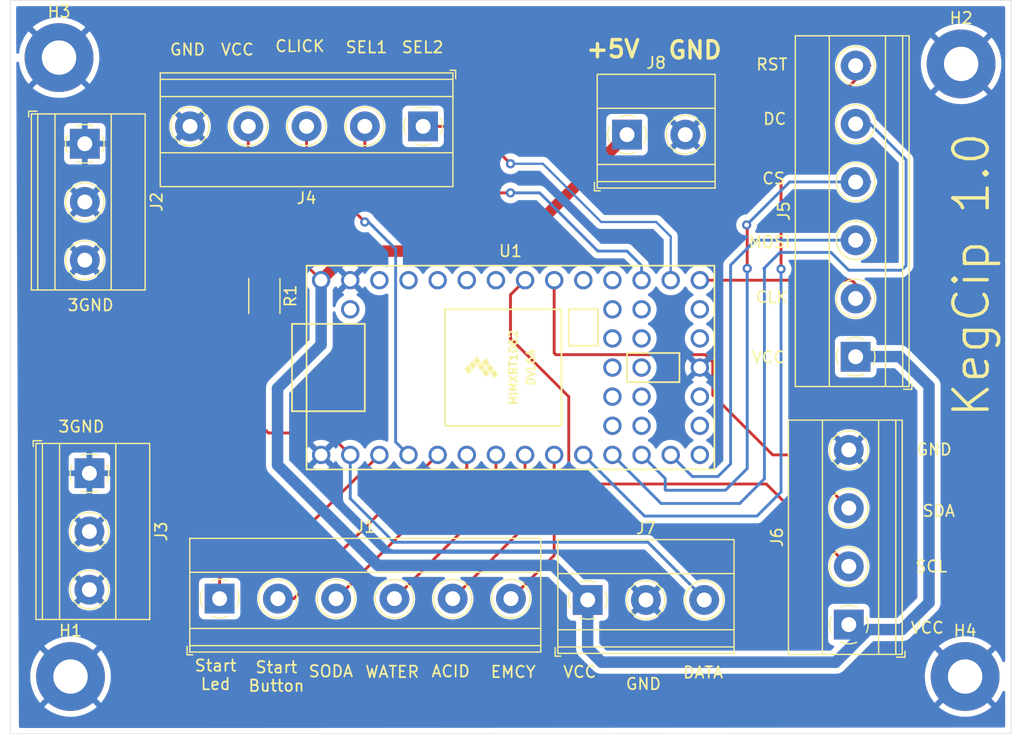
<source format=kicad_pcb>
(kicad_pcb (version 20211014) (generator pcbnew)
  (layers (0 "F.Cu" signal) (31 "B.Cu" signal) (34 "B.Paste" user) (35 "F.Paste" user) (36 "B.SilkS" user "B.Silkscreen") (37 "F.SilkS" user "F.Silkscreen") (38 "B.Mask" user) (39 "F.Mask" user) (44 "Edge.Cuts" user))
  (net 0 "")
  (net 1 "/START_LED")
  (net 2 "/START_BUTTON")
  (net 3 "/SODA_LOW")
  (net 4 "/WATER_LOW")
  (net 5 "/ACID_LOW")
  (net 6 "/EMERGENCY_STOP")
  (net 7 "/ROT_SEL2")
  (net 8 "/ROT_SEL1")
  (net 9 "/ROT_CLICK")
  (net 10 "+5V")
  (net 11 "GND")
  (net 12 "/SCL")
  (net 13 "/SDA")
  (net 14 "/TEMP_DATA")
  (net 15 "/LCD_CLK")
  (net 39 "/LCD_SPI_MOSI")
  (net 40 "/LCD_SPI_CS")
  (net 41 "/LCD_DC")
  (net 42 "/LCD_RST")
  (footprint "TerminalBlock_Phoenix:TerminalBlock_Phoenix_MKDS-1,5-5-5.08_1x05_P5.08mm_Horizontal" (layer "F.Cu") (at 60.18 36.4 180)
    (fp_text reference "J4" (at 10.16 -6.26 180) (layer "F.SilkS"))
    (fp_text value "ROTARY")
    (fp_line (start -2.84 4.16) (end -2.84 4.9) (layer "F.SilkS") (width 0.12))
    (fp_line (start 16.515 -1.069) (end 16.468 -1.023) (layer "F.SilkS") (width 0.12))
    (fp_line (start 21.595 -1.069) (end 21.548 -1.023) (layer "F.SilkS") (width 0.12))
    (fp_line (start 9.126 1.239) (end 9.091 1.274) (layer "F.SilkS") (width 0.12))
    (fp_line (start -2.6 -2.301) (end 22.92 -2.301) (layer "F.SilkS") (width 0.12))
    (fp_line (start 22.92 -5.261) (end 22.92 4.66) (layer "F.SilkS") (width 0.12))
    (fp_line (start 11.435 -1.069) (end 11.388 -1.023) (layer "F.SilkS") (width 0.12))
    (fp_line (start 6.355 -1.069) (end 6.308 -1.023) (layer "F.SilkS") (width 0.12))
    (fp_line (start -2.6 -5.261) (end -2.6 4.66) (layer "F.SilkS") (width 0.12))
    (fp_line (start -2.6 -5.261) (end 22.92 -5.261) (layer "F.SilkS") (width 0.12))
    (fp_line (start 6.15 -1.275) (end 6.115 -1.239) (layer "F.SilkS") (width 0.12))
    (fp_line (start 14.206 1.239) (end 14.171 1.274) (layer "F.SilkS") (width 0.12))
    (fp_line (start -2.6 4.66) (end 22.92 4.66) (layer "F.SilkS") (width 0.12))
    (fp_line (start -2.6 4.1) (end 22.92 4.1) (layer "F.SilkS") (width 0.12))
    (fp_line (start 16.31 -1.275) (end 16.275 -1.239) (layer "F.SilkS") (width 0.12))
    (fp_line (start 14.013 1.023) (end 13.966 1.069) (layer "F.SilkS") (width 0.12))
    (fp_line (start 21.39 -1.275) (end 21.355 -1.239) (layer "F.SilkS") (width 0.12))
    (fp_line (start 8.933 1.023) (end 8.886 1.069) (layer "F.SilkS") (width 0.12))
    (fp_line (start 4.046 1.239) (end 4.011 1.274) (layer "F.SilkS") (width 0.12))
    (fp_line (start 19.093 1.023) (end 19.046 1.069) (layer "F.SilkS") (width 0.12))
    (fp_line (start -2.6 2.6) (end 22.92 2.6) (layer "F.SilkS") (width 0.12))
    (fp_line (start 3.853 1.023) (end 3.806 1.069) (layer "F.SilkS") (width 0.12))
    (fp_line (start -2.84 4.9) (end -2.34 4.9) (layer "F.SilkS") (width 0.12))
    (fp_line (start 19.286 1.239) (end 19.251 1.274) (layer "F.SilkS") (width 0.12))
    (fp_line (start 11.23 -1.275) (end 11.195 -1.239) (layer "F.SilkS") (width 0.12))
    (fp_arc (start -1.535427 0.683042) (mid -1.680501 -0.000524) (end -1.535 -0.684) (layer "F.SilkS") (width 0.12))
    (fp_arc (start 0.028805 1.680253) (mid -0.335551 1.646659) (end -0.684 1.535) (layer "F.SilkS") (width 0.12))
    (fp_arc (start 0.683318 1.534756) (mid 0.349292 1.643288) (end 0 1.68) (layer "F.SilkS") (width 0.12))
    (fp_arc (start 1.535427 -0.683042) (mid 1.680501 0.000524) (end 1.535 0.684) (layer "F.SilkS") (width 0.12))
    (fp_arc (start -0.683042 -1.535427) (mid 0.000524 -1.680501) (end 0.684 -1.535) (layer "F.SilkS") (width 0.12))
    (fp_circle (center 20.32 0) (end 22 0) (layer "F.SilkS") (width 0.12) (fill none))
    (fp_circle (center 5.08 0) (end 6.76 0) (layer "F.SilkS") (width 0.12) (fill none))
    (fp_circle (center 10.16 0) (end 11.84 0) (layer "F.SilkS") (width 0.12) (fill none))
    (fp_circle (center 15.24 0) (end 16.92 0) (layer "F.SilkS") (width 0.12) (fill none))
    (pad "1" thru_hole rect (at 0 0 180) (size 2.6 2.6) (drill 1.3) (layers *.Cu *.Mask) (net 7 "/ROT_SEL2"))
    (pad "2" thru_hole circle (at 5.08 0 180) (size 2.6 2.6) (drill 1.3) (layers *.Cu *.Mask) (net 8 "/ROT_SEL1"))
    (pad "3" thru_hole circle (at 10.16 0 180) (size 2.6 2.6) (drill 1.3) (layers *.Cu *.Mask) (net 9 "/ROT_CLICK"))
    (pad "4" thru_hole circle (at 15.24 0 180) (size 2.6 2.6) (drill 1.3) (layers *.Cu *.Mask) (net 10 "+5V"))
    (pad "5" thru_hole circle (at 20.32 0 180) (size 2.6 2.6) (drill 1.3) (layers *.Cu *.Mask) (net 11 "GND"))
  )
  (footprint "TerminalBlock_Phoenix:TerminalBlock_Phoenix_MKDS-1,5-6-5.08_1x06_P5.08mm_Horizontal" (layer "F.Cu") (at 42.44 77.605)
    (fp_text reference "J1" (at 12.7 -6.26) (layer "F.SilkS"))
    (fp_text value "I/O")
    (fp_line (start 16.515 -1.069) (end 16.468 -1.023) (layer "F.SilkS") (width 0.12))
    (fp_line (start 11.23 -1.275) (end 11.195 -1.239) (layer "F.SilkS") (width 0.12))
    (fp_line (start 24.173 1.023) (end 24.126 1.069) (layer "F.SilkS") (width 0.12))
    (fp_line (start 9.126 1.239) (end 9.091 1.274) (layer "F.SilkS") (width 0.12))
    (fp_line (start 19.093 1.023) (end 19.046 1.069) (layer "F.SilkS") (width 0.12))
    (fp_line (start -2.6 4.1) (end 28 4.1) (layer "F.SilkS") (width 0.12))
    (fp_line (start -2.84 4.9) (end -2.34 4.9) (layer "F.SilkS") (width 0.12))
    (fp_line (start 28 -5.261) (end 28 4.66) (layer "F.SilkS") (width 0.12))
    (fp_line (start 11.435 -1.069) (end 11.388 -1.023) (layer "F.SilkS") (width 0.12))
    (fp_line (start -2.6 -5.261) (end 28 -5.261) (layer "F.SilkS") (width 0.12))
    (fp_line (start 6.15 -1.275) (end 6.115 -1.239) (layer "F.SilkS") (width 0.12))
    (fp_line (start 6.355 -1.069) (end 6.308 -1.023) (layer "F.SilkS") (width 0.12))
    (fp_line (start 14.013 1.023) (end 13.966 1.069) (layer "F.SilkS") (width 0.12))
    (fp_line (start 21.595 -1.069) (end 21.548 -1.023) (layer "F.SilkS") (width 0.12))
    (fp_line (start 26.675 -1.069) (end 26.628 -1.023) (layer "F.SilkS") (width 0.12))
    (fp_line (start 26.47 -1.275) (end 26.435 -1.239) (layer "F.SilkS") (width 0.12))
    (fp_line (start 8.933 1.023) (end 8.886 1.069) (layer "F.SilkS") (width 0.12))
    (fp_line (start 14.206 1.239) (end 14.171 1.274) (layer "F.SilkS") (width 0.12))
    (fp_line (start 3.853 1.023) (end 3.806 1.069) (layer "F.SilkS") (width 0.12))
    (fp_line (start 19.286 1.239) (end 19.251 1.274) (layer "F.SilkS") (width 0.12))
    (fp_line (start 21.39 -1.275) (end 21.355 -1.239) (layer "F.SilkS") (width 0.12))
    (fp_line (start -2.84 4.16) (end -2.84 4.9) (layer "F.SilkS") (width 0.12))
    (fp_line (start 4.046 1.239) (end 4.011 1.274) (layer "F.SilkS") (width 0.12))
    (fp_line (start -2.6 -5.261) (end -2.6 4.66) (layer "F.SilkS") (width 0.12))
    (fp_line (start -2.6 4.66) (end 28 4.66) (layer "F.SilkS") (width 0.12))
    (fp_line (start -2.6 -2.301) (end 28 -2.301) (layer "F.SilkS") (width 0.12))
    (fp_line (start 16.31 -1.275) (end 16.275 -1.239) (layer "F.SilkS") (width 0.12))
    (fp_line (start -2.6 2.6) (end 28 2.6) (layer "F.SilkS") (width 0.12))
    (fp_line (start 24.366 1.239) (end 24.331 1.274) (layer "F.SilkS") (width 0.12))
    (fp_arc (start 0.028805 1.680253) (mid -0.335551 1.646659) (end -0.684 1.535) (layer "F.SilkS") (width 0.12))
    (fp_arc (start -1.535427 0.683042) (mid -1.680501 -0.000524) (end -1.535 -0.684) (layer "F.SilkS") (width 0.12))
    (fp_arc (start 1.535427 -0.683042) (mid 1.680501 0.000524) (end 1.535 0.684) (layer "F.SilkS") (width 0.12))
    (fp_arc (start 0.683318 1.534756) (mid 0.349292 1.643288) (end 0 1.68) (layer "F.SilkS") (width 0.12))
    (fp_arc (start -0.683042 -1.535427) (mid 0.000524 -1.680501) (end 0.684 -1.535) (layer "F.SilkS") (width 0.12))
    (fp_circle (center 25.4 0) (end 27.08 0) (layer "F.SilkS") (width 0.12) (fill none))
    (fp_circle (center 20.32 0) (end 22 0) (layer "F.SilkS") (width 0.12) (fill none))
    (fp_circle (center 5.08 0) (end 6.76 0) (layer "F.SilkS") (width 0.12) (fill none))
    (fp_circle (center 10.16 0) (end 11.84 0) (layer "F.SilkS") (width 0.12) (fill none))
    (fp_circle (center 15.24 0) (end 16.92 0) (layer "F.SilkS") (width 0.12) (fill none))
    (pad "1" thru_hole rect (at 0 0) (size 2.6 2.6) (drill 1.3) (layers *.Cu *.Mask) (net 1 "/START_LED"))
    (pad "2" thru_hole circle (at 5.08 0) (size 2.6 2.6) (drill 1.3) (layers *.Cu *.Mask) (net 2 "/START_BUTTON"))
    (pad "3" thru_hole circle (at 10.16 0) (size 2.6 2.6) (drill 1.3) (layers *.Cu *.Mask) (net 3 "/SODA_LOW"))
    (pad "4" thru_hole circle (at 15.24 0) (size 2.6 2.6) (drill 1.3) (layers *.Cu *.Mask) (net 4 "/WATER_LOW"))
    (pad "5" thru_hole circle (at 20.32 0) (size 2.6 2.6) (drill 1.3) (layers *.Cu *.Mask) (net 5 "/ACID_LOW"))
    (pad "6" thru_hole circle (at 25.4 0) (size 2.6 2.6) (drill 1.3) (layers *.Cu *.Mask) (net 6 "/EMERGENCY_STOP"))
  )
  (footprint "Teensy:Teensy40" (layer "F.Cu") (at 67.8 57.4425)
    (fp_text reference "U1" (at 0 -10.16) (layer "F.SilkS"))
    (fp_text value "Teensy4.0")
    (fp_text user "DVL6A" (at 1.778 0 90) (layer "F.SilkS") (effects (font (size 0.7 0.7))))
    (fp_text user "MIMXRT1062" (at 0.254 0 90) (layer "F.SilkS") (effects (font (size 0.7 0.7))))
    (fp_line (start 7.62 -5.08) (end 7.62 -1.905) (layer "F.SilkS") (width 0.15))
    (fp_line (start -19.05 3.81) (end -19.05 -3.81) (layer "F.SilkS") (width 0.15))
    (fp_line (start 10.16 1.27) (end 10.16 -1.27) (layer "F.SilkS") (width 0.15))
    (fp_line (start -12.7 3.81) (end -12.7 -3.81) (layer "F.SilkS") (width 0.15))
    (fp_line (start 17.78 -8.89) (end 17.78 8.89) (layer "F.SilkS") (width 0.15))
    (fp_line (start -12.7 3.81) (end -17.78 3.81) (layer "F.SilkS") (width 0.15))
    (fp_line (start 5.08 -5.08) (end 7.62 -5.08) (layer "F.SilkS") (width 0.15))
    (fp_line (start 4.445 -5.08) (end -5.715 -5.08) (layer "F.SilkS") (width 0.15))
    (fp_line (start 7.62 -1.905) (end 5.08 -1.905) (layer "F.SilkS") (width 0.15))
    (fp_line (start -17.78 -8.89) (end 17.78 -8.89) (layer "F.SilkS") (width 0.15))
    (fp_line (start 4.445 5.08) (end 4.445 -5.08) (layer "F.SilkS") (width 0.15))
    (fp_line (start -17.78 3.81) (end -19.05 3.81) (layer "F.SilkS") (width 0.15))
    (fp_line (start -19.05 -3.81) (end -17.78 -3.81) (layer "F.SilkS") (width 0.15))
    (fp_line (start -17.78 8.89) (end -17.78 -8.89) (layer "F.SilkS") (width 0.15))
    (fp_line (start -12.7 -3.81) (end -17.78 -3.81) (layer "F.SilkS") (width 0.15))
    (fp_line (start 17.78 8.89) (end -17.78 8.89) (layer "F.SilkS") (width 0.15))
    (fp_line (start 4.445 5.08) (end -5.715 5.08) (layer "F.SilkS") (width 0.15))
    (fp_line (start 14.732 1.27) (end 10.16 1.27) (layer "F.SilkS") (width 0.15))
    (fp_line (start 14.732 -1.27) (end 14.732 1.27) (layer "F.SilkS") (width 0.15))
    (fp_line (start 5.08 -1.905) (end 5.08 -5.08) (layer "F.SilkS") (width 0.15))
    (fp_line (start -5.715 -5.08) (end -5.715 5.08) (layer "F.SilkS") (width 0.15))
    (fp_line (start 10.16 -1.27) (end 14.732 -1.27) (layer "F.SilkS") (width 0.15))
    (fp_poly (pts (xy -2.032 0) (xy -1.778 -0.254) (xy -1.524 0.127) (xy -1.778 0.381)) (layer "F.SilkS") (width 0.1) (fill solid))
    (fp_poly (pts (xy -2.413 -0.508) (xy -2.159 -0.762) (xy -1.905 -0.381) (xy -2.159 -0.127)) (layer "F.SilkS") (width 0.1) (fill solid))
    (fp_poly (pts (xy -3.175 -0.635) (xy -2.921 -0.889) (xy -2.667 -0.508) (xy -2.921 -0.254)) (layer "F.SilkS") (width 0.1) (fill solid))
    (fp_poly (pts (xy -2.794 -0.127) (xy -2.54 -0.381) (xy -2.286 0) (xy -2.54 0.254)) (layer "F.SilkS") (width 0.1) (fill solid))
    (fp_poly (pts (xy -1.651 0.508) (xy -1.397 0.254) (xy -1.143 0.635) (xy -1.397 0.889)) (layer "F.SilkS") (width 0.1) (fill solid))
    (fp_poly (pts (xy -3.556 -0.254) (xy -3.302 -0.508) (xy -3.048 -0.127) (xy -3.302 0.127)) (layer "F.SilkS") (width 0.1) (fill solid))
    (fp_poly (pts (xy -3.937 0.127) (xy -3.683 -0.127) (xy -3.429 0.254) (xy -3.683 0.508)) (layer "F.SilkS") (width 0.1) (fill solid))
    (fp_poly (pts (xy -2.413 0.381) (xy -2.159 0.127) (xy -1.905 0.508) (xy -2.159 0.762)) (layer "F.SilkS") (width 0.1) (fill solid))
    (pad "1" thru_hole circle locked (at -16.51 7.62) (size 1.6 1.6) (drill 1.1) (layers *.Cu *.Mask) (net 11 "GND"))
    (pad "2" thru_hole circle locked (at -13.97 7.62) (size 1.6 1.6) (drill 1.1) (layers *.Cu *.Mask) (net 14 "/TEMP_DATA"))
    (pad "3" thru_hole circle locked (at -11.43 7.62) (size 1.6 1.6) (drill 1.1) (layers *.Cu *.Mask) (net 1 "/START_LED"))
    (pad "4" thru_hole circle locked (at -8.89 7.62) (size 1.6 1.6) (drill 1.1) (layers *.Cu *.Mask) (net 9 "/ROT_CLICK"))
    (pad "5" thru_hole circle locked (at -6.35 7.62) (size 1.6 1.6) (drill 1.1) (layers *.Cu *.Mask) (net 2 "/START_BUTTON"))
    (pad "6" thru_hole circle locked (at -3.81 7.62) (size 1.6 1.6) (drill 1.1) (layers *.Cu *.Mask) (net 3 "/SODA_LOW"))
    (pad "7" thru_hole circle locked (at -1.27 7.62) (size 1.6 1.6) (drill 1.1) (layers *.Cu *.Mask) (net 4 "/WATER_LOW"))
    (pad "8" thru_hole circle locked (at 1.27 7.62) (size 1.6 1.6) (drill 1.1) (layers *.Cu *.Mask) (net 5 "/ACID_LOW"))
    (pad "9" thru_hole circle locked (at 3.81 7.62) (size 1.6 1.6) (drill 1.1) (layers *.Cu *.Mask) (net 6 "/EMERGENCY_STOP"))
    (pad "10" thru_hole circle locked (at 6.35 7.62) (size 1.6 1.6) (drill 1.1) (layers *.Cu *.Mask) (net 42 "/LCD_RST"))
    (pad "11" thru_hole circle locked (at 8.89 7.62) (size 1.6 1.6) (drill 1.1) (layers *.Cu *.Mask) (net 41 "/LCD_DC"))
    (pad "12" thru_hole circle locked (at 11.43 7.62) (size 1.6 1.6) (drill 1.1) (layers *.Cu *.Mask) (net 40 "/LCD_SPI_CS"))
    (pad "13" thru_hole circle locked (at 13.97 7.62) (size 1.6 1.6) (drill 1.1) (layers *.Cu *.Mask) (net 39 "/LCD_SPI_MOSI"))
    (pad "14" thru_hole circle locked (at 16.51 7.62) (size 1.6 1.6) (drill 1.1) (layers *.Cu *.Mask))
    (pad "15" thru_hole circle locked (at 16.51 5.08) (size 1.6 1.6) (drill 1.1) (layers *.Cu *.Mask))
    (pad "16" thru_hole circle locked (at 16.51 2.54) (size 1.6 1.6) (drill 1.1) (layers *.Cu *.Mask))
    (pad "17" thru_hole circle locked (at 16.51 0) (size 1.6 1.6) (drill 1.1) (layers *.Cu *.Mask) (net 11 "GND"))
    (pad "18" thru_hole circle locked (at 16.51 -2.54) (size 1.6 1.6) (drill 1.1) (layers *.Cu *.Mask))
    (pad "19" thru_hole circle locked (at 16.51 -5.08) (size 1.6 1.6) (drill 1.1) (layers *.Cu *.Mask))
    (pad "20" thru_hole circle locked (at 16.51 -7.62) (size 1.6 1.6) (drill 1.1) (layers *.Cu *.Mask) (net 15 "/LCD_CLK"))
    (pad "21" thru_hole circle locked (at 13.97 -7.62) (size 1.6 1.6) (drill 1.1) (layers *.Cu *.Mask) (net 7 "/ROT_SEL2"))
    (pad "22" thru_hole circle locked (at 11.43 -7.62) (size 1.6 1.6) (drill 1.1) (layers *.Cu *.Mask) (net 8 "/ROT_SEL1"))
    (pad "23" thru_hole circle locked (at 8.89 -7.62) (size 1.6 1.6) (drill 1.1) (layers *.Cu *.Mask))
    (pad "24" thru_hole circle locked (at 6.35 -7.62) (size 1.6 1.6) (drill 1.1) (layers *.Cu *.Mask))
    (pad "25" thru_hole circle locked (at 3.81 -7.62) (size 1.6 1.6) (drill 1.1) (layers *.Cu *.Mask) (net 13 "/SDA"))
    (pad "26" thru_hole circle locked (at 1.27 -7.62) (size 1.6 1.6) (drill 1.1) (layers *.Cu *.Mask) (net 12 "/SCL"))
    (pad "27" thru_hole circle locked (at -1.27 -7.62) (size 1.6 1.6) (drill 1.1) (layers *.Cu *.Mask))
    (pad "28" thru_hole circle locked (at -3.81 -7.62) (size 1.6 1.6) (drill 1.1) (layers *.Cu *.Mask))
    (pad "29" thru_hole circle locked (at -6.35 -7.62) (size 1.6 1.6) (drill 1.1) (layers *.Cu *.Mask))
    (pad "30" thru_hole circle locked (at -8.89 -7.62) (size 1.6 1.6) (drill 1.1) (layers *.Cu *.Mask))
    (pad "31" thru_hole circle locked (at -11.43 -7.62) (size 1.6 1.6) (drill 1.1) (layers *.Cu *.Mask))
    (pad "32" thru_hole circle locked (at -13.97 -7.62) (size 1.6 1.6) (drill 1.1) (layers *.Cu *.Mask) (net 11 "GND"))
    (pad "33" thru_hole circle locked (at -16.51 -7.62) (size 1.6 1.6) (drill 1.1) (layers *.Cu *.Mask) (net 10 "+5V"))
    (pad "34" thru_hole circle locked (at -13.97 -5.08) (size 1.6 1.6) (drill 1.1) (layers *.Cu *.Mask))
    (pad "35" thru_hole circle locked (at 11.43 -5.08) (size 1.6 1.6) (drill 1.1) (layers *.Cu *.Mask))
    (pad "36" thru_hole circle locked (at 8.89 -5.08) (size 1.6 1.6) (drill 1.1) (layers *.Cu *.Mask))
    (pad "37" thru_hole circle locked (at 11.43 -2.54) (size 1.6 1.6) (drill 1.1) (layers *.Cu *.Mask))
    (pad "38" thru_hole circle locked (at 8.89 -2.54) (size 1.6 1.6) (drill 1.1) (layers *.Cu *.Mask))
    (pad "39" thru_hole circle locked (at 11.43 0) (size 1.6 1.6) (drill 1.1) (layers *.Cu *.Mask))
    (pad "40" thru_hole circle locked (at 8.89 0) (size 1.6 1.6) (drill 1.1) (layers *.Cu *.Mask))
    (pad "41" thru_hole circle locked (at 11.43 2.54) (size 1.6 1.6) (drill 1.1) (layers *.Cu *.Mask))
    (pad "42" thru_hole circle locked (at 8.89 2.54) (size 1.6 1.6) (drill 1.1) (layers *.Cu *.Mask))
    (pad "43" thru_hole circle locked (at 11.43 5.08) (size 1.6 1.6) (drill 1.1) (layers *.Cu *.Mask))
    (pad "44" thru_hole circle locked (at 8.89 5.08) (size 1.6 1.6) (drill 1.1) (layers *.Cu *.Mask))
  )
  (footprint "TerminalBlock_Phoenix:TerminalBlock_Phoenix_MKDS-1,5-4-5.08_1x04_P5.08mm_Horizontal" (layer "F.Cu") (at 97.295 79.87 90)
    (fp_text reference "J6" (at 7.62 -6.26 90) (layer "F.SilkS"))
    (fp_text value "Relays")
    (fp_line (start 16.515 -1.069) (end 16.468 -1.023) (layer "F.SilkS") (width 0.12))
    (fp_line (start 3.853 1.023) (end 3.806 1.069) (layer "F.SilkS") (width 0.12))
    (fp_line (start 14.013 1.023) (end 13.966 1.069) (layer "F.SilkS") (width 0.12))
    (fp_line (start 16.31 -1.275) (end 16.275 -1.239) (layer "F.SilkS") (width 0.12))
    (fp_line (start 4.046 1.239) (end 4.011 1.274) (layer "F.SilkS") (width 0.12))
    (fp_line (start 14.206 1.239) (end 14.171 1.274) (layer "F.SilkS") (width 0.12))
    (fp_line (start 6.355 -1.069) (end 6.308 -1.023) (layer "F.SilkS") (width 0.12))
    (fp_line (start 17.84 -5.261) (end 17.84 4.66) (layer "F.SilkS") (width 0.12))
    (fp_line (start -2.84 4.9) (end -2.34 4.9) (layer "F.SilkS") (width 0.12))
    (fp_line (start -2.6 4.1) (end 17.84 4.1) (layer "F.SilkS") (width 0.12))
    (fp_line (start 6.15 -1.275) (end 6.115 -1.239) (layer "F.SilkS") (width 0.12))
    (fp_line (start -2.6 4.66) (end 17.84 4.66) (layer "F.SilkS") (width 0.12))
    (fp_line (start 11.435 -1.069) (end 11.388 -1.023) (layer "F.SilkS") (width 0.12))
    (fp_line (start -2.6 -5.261) (end 17.84 -5.261) (layer "F.SilkS") (width 0.12))
    (fp_line (start -2.6 2.6) (end 17.84 2.6) (layer "F.SilkS") (width 0.12))
    (fp_line (start 11.23 -1.275) (end 11.195 -1.239) (layer "F.SilkS") (width 0.12))
    (fp_line (start -2.84 4.16) (end -2.84 4.9) (layer "F.SilkS") (width 0.12))
    (fp_line (start 8.933 1.023) (end 8.886 1.069) (layer "F.SilkS") (width 0.12))
    (fp_line (start 9.126 1.239) (end 9.091 1.274) (layer "F.SilkS") (width 0.12))
    (fp_line (start -2.6 -2.301) (end 17.84 -2.301) (layer "F.SilkS") (width 0.12))
    (fp_line (start -2.6 -5.261) (end -2.6 4.66) (layer "F.SilkS") (width 0.12))
    (fp_arc (start -1.535427 0.683042) (mid -1.680501 -0.000524) (end -1.535 -0.684) (layer "F.SilkS") (width 0.12))
    (fp_arc (start -0.683042 -1.535427) (mid 0.000524 -1.680501) (end 0.684 -1.535) (layer "F.SilkS") (width 0.12))
    (fp_arc (start 0.683318 1.534756) (mid 0.349292 1.643288) (end 0 1.68) (layer "F.SilkS") (width 0.12))
    (fp_arc (start 1.535427 -0.683042) (mid 1.680501 0.000524) (end 1.535 0.684) (layer "F.SilkS") (width 0.12))
    (fp_arc (start 0.028805 1.680253) (mid -0.335551 1.646659) (end -0.684 1.535) (layer "F.SilkS") (width 0.12))
    (fp_circle (center 5.08 0) (end 6.76 0) (layer "F.SilkS") (width 0.12) (fill none))
    (fp_circle (center 15.24 0) (end 16.92 0) (layer "F.SilkS") (width 0.12) (fill none))
    (fp_circle (center 10.16 0) (end 11.84 0) (layer "F.SilkS") (width 0.12) (fill none))
    (pad "1" thru_hole rect (at 0 0 90) (size 2.6 2.6) (drill 1.3) (layers *.Cu *.Mask) (net 10 "+5V"))
    (pad "2" thru_hole circle (at 5.08 0 90) (size 2.6 2.6) (drill 1.3) (layers *.Cu *.Mask) (net 12 "/SCL"))
    (pad "3" thru_hole circle (at 10.16 0 90) (size 2.6 2.6) (drill 1.3) (layers *.Cu *.Mask) (net 13 "/SDA"))
    (pad "4" thru_hole circle (at 15.24 0 90) (size 2.6 2.6) (drill 1.3) (layers *.Cu *.Mask) (net 11 "GND"))
  )
  (footprint "Resistor_SMD:R_2010_5025Metric_Pad1.40x2.65mm_HandSolder" (layer "F.Cu") (at 46.34 51.2 -90)
    (fp_text reference "R1" (at 0 -2.28 90) (layer "F.SilkS"))
    (fp_text value "47k")
    (fp_line (start -1.527064 1.36) (end 1.527064 1.36) (layer "F.SilkS") (width 0.12))
    (fp_line (start -1.527064 -1.36) (end 1.527064 -1.36) (layer "F.SilkS") (width 0.12))
    (pad "1" smd roundrect (at -2.4 0 270) (size 1.4 2.65) (layers "F.Cu" "F.Paste" "F.Mask") (roundrect_rratio 0.1785707143) (net 10 "+5V"))
    (pad "2" smd roundrect (at 2.4 0 270) (size 1.4 2.65) (layers "F.Cu" "F.Paste" "F.Mask") (roundrect_rratio 0.1785707143) (net 14 "/TEMP_DATA"))
  )
  (footprint "MountingHole:MountingHole_3mm_Pad" (layer "F.Cu") (at 29.44 84.4)
    (fp_text reference "H1" (at 0 -4) (layer "F.SilkS"))
    (fp_text value "MountingHole")
    (pad "1" thru_hole circle (at 0 0) (size 6 6) (drill 3) (layers *.Cu *.Mask) (net 11 "GND"))
  )
  (footprint "TerminalBlock_Phoenix:TerminalBlock_Phoenix_MKDS-1,5-2-5.08_1x02_P5.08mm_Horizontal" (layer "F.Cu") (at 77.96 37.1225)
    (fp_text reference "J8" (at 2.54 -6.26) (layer "F.SilkS"))
    (fp_text value "PWR")
    (fp_line (start -2.84 4.16) (end -2.84 4.9) (layer "F.SilkS") (width 0.12))
    (fp_line (start -2.6 4.1) (end 7.68 4.1) (layer "F.SilkS") (width 0.12))
    (fp_line (start -2.6 -5.261) (end -2.6 4.66) (layer "F.SilkS") (width 0.12))
    (fp_line (start -2.6 -5.261) (end 7.68 -5.261) (layer "F.SilkS") (width 0.12))
    (fp_line (start -2.6 4.66) (end 7.68 4.66) (layer "F.SilkS") (width 0.12))
    (fp_line (start 4.046 1.239) (end 4.011 1.274) (layer "F.SilkS") (width 0.12))
    (fp_line (start 6.15 -1.275) (end 6.115 -1.239) (layer "F.SilkS") (width 0.12))
    (fp_line (start 7.68 -5.261) (end 7.68 4.66) (layer "F.SilkS") (width 0.12))
    (fp_line (start -2.6 -2.301) (end 7.68 -2.301) (layer "F.SilkS") (width 0.12))
    (fp_line (start -2.6 2.6) (end 7.68 2.6) (layer "F.SilkS") (width 0.12))
    (fp_line (start 3.853 1.023) (end 3.806 1.069) (layer "F.SilkS") (width 0.12))
    (fp_line (start 6.355 -1.069) (end 6.308 -1.023) (layer "F.SilkS") (width 0.12))
    (fp_line (start -2.84 4.9) (end -2.34 4.9) (layer "F.SilkS") (width 0.12))
    (fp_arc (start 0.028805 1.680253) (mid -0.335551 1.646659) (end -0.684 1.535) (layer "F.SilkS") (width 0.12))
    (fp_arc (start 1.535427 -0.683042) (mid 1.680501 0.000524) (end 1.535 0.684) (layer "F.SilkS") (width 0.12))
    (fp_arc (start -0.683042 -1.535427) (mid 0.000524 -1.680501) (end 0.684 -1.535) (layer "F.SilkS") (width 0.12))
    (fp_arc (start 0.683318 1.534756) (mid 0.349292 1.643288) (end 0 1.68) (layer "F.SilkS") (width 0.12))
    (fp_arc (start -1.535427 0.683042) (mid -1.680501 -0.000524) (end -1.535 -0.684) (layer "F.SilkS") (width 0.12))
    (fp_circle (center 5.08 0) (end 6.76 0) (layer "F.SilkS") (width 0.12) (fill none))
    (pad "1" thru_hole rect (at 0 0) (size 2.6 2.6) (drill 1.3) (layers *.Cu *.Mask) (net 10 "+5V"))
    (pad "2" thru_hole circle (at 5.08 0) (size 2.6 2.6) (drill 1.3) (layers *.Cu *.Mask) (net 11 "GND"))
  )
  (footprint "MountingHole:MountingHole_3mm_Pad" (layer "F.Cu") (at 107.44 84.4)
    (fp_text reference "H4" (at 0 -4) (layer "F.SilkS"))
    (fp_text value "MountingHole")
    (pad "1" thru_hole circle (at 0 0) (size 6 6) (drill 3) (layers *.Cu *.Mask) (net 11 "GND"))
  )
  (footprint "TerminalBlock_Phoenix:TerminalBlock_Phoenix_MKDS-1,5-3-5.08_1x03_P5.08mm_Horizontal" (layer "F.Cu") (at 30.685 37.915 -90)
    (fp_text reference "J2" (at 5.08 -6.26 90) (layer "F.SilkS"))
    (fp_text value "GND1")
    (fp_line (start -2.6 -2.301) (end 12.76 -2.301) (layer "F.SilkS") (width 0.12))
    (fp_line (start -2.6 4.66) (end 12.76 4.66) (layer "F.SilkS") (width 0.12))
    (fp_line (start -2.6 4.1) (end 12.76 4.1) (layer "F.SilkS") (width 0.12))
    (fp_line (start -2.6 -5.261) (end -2.6 4.66) (layer "F.SilkS") (width 0.12))
    (fp_line (start 11.435 -1.069) (end 11.388 -1.023) (layer "F.SilkS") (width 0.12))
    (fp_line (start -2.6 -5.261) (end 12.76 -5.261) (layer "F.SilkS") (width 0.12))
    (fp_line (start 11.23 -1.275) (end 11.195 -1.239) (layer "F.SilkS") (width 0.12))
    (fp_line (start 8.933 1.023) (end 8.886 1.069) (layer "F.SilkS") (width 0.12))
    (fp_line (start 12.76 -5.261) (end 12.76 4.66) (layer "F.SilkS") (width 0.12))
    (fp_line (start -2.6 2.6) (end 12.76 2.6) (layer "F.SilkS") (width 0.12))
    (fp_line (start 6.15 -1.275) (end 6.115 -1.239) (layer "F.SilkS") (width 0.12))
    (fp_line (start 9.126 1.239) (end 9.091 1.274) (layer "F.SilkS") (width 0.12))
    (fp_line (start 4.046 1.239) (end 4.011 1.274) (layer "F.SilkS") (width 0.12))
    (fp_line (start -2.84 4.9) (end -2.34 4.9) (layer "F.SilkS") (width 0.12))
    (fp_line (start 3.853 1.023) (end 3.806 1.069) (layer "F.SilkS") (width 0.12))
    (fp_line (start 6.355 -1.069) (end 6.308 -1.023) (layer "F.SilkS") (width 0.12))
    (fp_line (start -2.84 4.16) (end -2.84 4.9) (layer "F.SilkS") (width 0.12))
    (fp_arc (start 0.028805 1.680253) (mid -0.335551 1.646659) (end -0.684 1.535) (layer "F.SilkS") (width 0.12))
    (fp_arc (start -0.683042 -1.535427) (mid 0.000524 -1.680501) (end 0.684 -1.535) (layer "F.SilkS") (width 0.12))
    (fp_arc (start 0.683318 1.534756) (mid 0.349292 1.643288) (end 0 1.68) (layer "F.SilkS") (width 0.12))
    (fp_arc (start -1.535427 0.683042) (mid -1.680501 -0.000524) (end -1.535 -0.684) (layer "F.SilkS") (width 0.12))
    (fp_arc (start 1.535427 -0.683042) (mid 1.680501 0.000524) (end 1.535 0.684) (layer "F.SilkS") (width 0.12))
    (fp_circle (center 5.08 0) (end 6.76 0) (layer "F.SilkS") (width 0.12) (fill none))
    (fp_circle (center 10.16 0) (end 11.84 0) (layer "F.SilkS") (width 0.12) (fill none))
    (pad "1" thru_hole rect (at 0 0 270) (size 2.6 2.6) (drill 1.3) (layers *.Cu *.Mask) (net 11 "GND"))
    (pad "2" thru_hole circle (at 5.08 0 270) (size 2.6 2.6) (drill 1.3) (layers *.Cu *.Mask) (net 11 "GND"))
    (pad "3" thru_hole circle (at 10.16 0 270) (size 2.6 2.6) (drill 1.3) (layers *.Cu *.Mask) (net 11 "GND"))
  )
  (footprint "TerminalBlock_Phoenix:TerminalBlock_Phoenix_MKDS-1,5-6-5.08_1x06_P5.08mm_Horizontal" (layer "F.Cu") (at 97.895 56.5 90)
    (fp_text reference "J5" (at 12.7 -6.26 90) (layer "F.SilkS"))
    (fp_text value "LCD")
    (fp_line (start 26.47 -1.275) (end 26.435 -1.239) (layer "F.SilkS") (width 0.12))
    (fp_line (start 21.39 -1.275) (end 21.355 -1.239) (layer "F.SilkS") (width 0.12))
    (fp_line (start 19.093 1.023) (end 19.046 1.069) (layer "F.SilkS") (width 0.12))
    (fp_line (start 8.933 1.023) (end 8.886 1.069) (layer "F.SilkS") (width 0.12))
    (fp_line (start -2.6 4.1) (end 28 4.1) (layer "F.SilkS") (width 0.12))
    (fp_line (start -2.84 4.9) (end -2.34 4.9) (layer "F.SilkS") (width 0.12))
    (fp_line (start -2.84 4.16) (end -2.84 4.9) (layer "F.SilkS") (width 0.12))
    (fp_line (start 19.286 1.239) (end 19.251 1.274) (layer "F.SilkS") (width 0.12))
    (fp_line (start -2.6 -5.261) (end 28 -5.261) (layer "F.SilkS") (width 0.12))
    (fp_line (start 28 -5.261) (end 28 4.66) (layer "F.SilkS") (width 0.12))
    (fp_line (start 11.23 -1.275) (end 11.195 -1.239) (layer "F.SilkS") (width 0.12))
    (fp_line (start 14.206 1.239) (end 14.171 1.274) (layer "F.SilkS") (width 0.12))
    (fp_line (start -2.6 4.66) (end 28 4.66) (layer "F.SilkS") (width 0.12))
    (fp_line (start 24.366 1.239) (end 24.331 1.274) (layer "F.SilkS") (width 0.12))
    (fp_line (start 3.853 1.023) (end 3.806 1.069) (layer "F.SilkS") (width 0.12))
    (fp_line (start 11.435 -1.069) (end 11.388 -1.023) (layer "F.SilkS") (width 0.12))
    (fp_line (start -2.6 -2.301) (end 28 -2.301) (layer "F.SilkS") (width 0.12))
    (fp_line (start 24.173 1.023) (end 24.126 1.069) (layer "F.SilkS") (width 0.12))
    (fp_line (start 16.31 -1.275) (end 16.275 -1.239) (layer "F.SilkS") (width 0.12))
    (fp_line (start 6.355 -1.069) (end 6.308 -1.023) (layer "F.SilkS") (width 0.12))
    (fp_line (start 21.595 -1.069) (end 21.548 -1.023) (layer "F.SilkS") (width 0.12))
    (fp_line (start 6.15 -1.275) (end 6.115 -1.239) (layer "F.SilkS") (width 0.12))
    (fp_line (start 14.013 1.023) (end 13.966 1.069) (layer "F.SilkS") (width 0.12))
    (fp_line (start 16.515 -1.069) (end 16.468 -1.023) (layer "F.SilkS") (width 0.12))
    (fp_line (start 9.126 1.239) (end 9.091 1.274) (layer "F.SilkS") (width 0.12))
    (fp_line (start 26.675 -1.069) (end 26.628 -1.023) (layer "F.SilkS") (width 0.12))
    (fp_line (start -2.6 -5.261) (end -2.6 4.66) (layer "F.SilkS") (width 0.12))
    (fp_line (start -2.6 2.6) (end 28 2.6) (layer "F.SilkS") (width 0.12))
    (fp_line (start 4.046 1.239) (end 4.011 1.274) (layer "F.SilkS") (width 0.12))
    (fp_arc (start 0.028805 1.680253) (mid -0.335551 1.646659) (end -0.684 1.535) (layer "F.SilkS") (width 0.12))
    (fp_arc (start 1.535427 -0.683042) (mid 1.680501 0.000524) (end 1.535 0.684) (layer "F.SilkS") (width 0.12))
    (fp_arc (start -1.535427 0.683042) (mid -1.680501 -0.000524) (end -1.535 -0.684) (layer "F.SilkS") (width 0.12))
    (fp_arc (start 0.683318 1.534756) (mid 0.349292 1.643288) (end 0 1.68) (layer "F.SilkS") (width 0.12))
    (fp_arc (start -0.683042 -1.535427) (mid 0.000524 -1.680501) (end 0.684 -1.535) (layer "F.SilkS") (width 0.12))
    (fp_circle (center 5.08 0) (end 6.76 0) (layer "F.SilkS") (width 0.12) (fill none))
    (fp_circle (center 10.16 0) (end 11.84 0) (layer "F.SilkS") (width 0.12) (fill none))
    (fp_circle (center 25.4 0) (end 27.08 0) (layer "F.SilkS") (width 0.12) (fill none))
    (fp_circle (center 20.32 0) (end 22 0) (layer "F.SilkS") (width 0.12) (fill none))
    (fp_circle (center 15.24 0) (end 16.92 0) (layer "F.SilkS") (width 0.12) (fill none))
    (pad "1" thru_hole rect (at 0 0 90) (size 2.6 2.6) (drill 1.3) (layers *.Cu *.Mask) (net 10 "+5V"))
    (pad "2" thru_hole circle (at 5.08 0 90) (size 2.6 2.6) (drill 1.3) (layers *.Cu *.Mask) (net 15 "/LCD_CLK"))
    (pad "3" thru_hole circle (at 10.16 0 90) (size 2.6 2.6) (drill 1.3) (layers *.Cu *.Mask) (net 39 "/LCD_SPI_MOSI"))
    (pad "4" thru_hole circle (at 15.24 0 90) (size 2.6 2.6) (drill 1.3) (layers *.Cu *.Mask) (net 40 "/LCD_SPI_CS"))
    (pad "5" thru_hole circle (at 20.32 0 90) (size 2.6 2.6) (drill 1.3) (layers *.Cu *.Mask) (net 41 "/LCD_DC"))
    (pad "6" thru_hole circle (at 25.4 0 90) (size 2.6 2.6) (drill 1.3) (layers *.Cu *.Mask) (net 42 "/LCD_RST"))
  )
  (footprint "TerminalBlock_Phoenix:TerminalBlock_Phoenix_MKDS-1,5-3-5.08_1x03_P5.08mm_Horizontal" (layer "F.Cu") (at 74.53 77.72)
    (fp_text reference "J7" (at 5.08 -6.26) (layer "F.SilkS"))
    (fp_text value "Temp")
    (fp_line (start -2.84 4.9) (end -2.34 4.9) (layer "F.SilkS") (width 0.12))
    (fp_line (start 4.046 1.239) (end 4.011 1.274) (layer "F.SilkS") (width 0.12))
    (fp_line (start 8.933 1.023) (end 8.886 1.069) (layer "F.SilkS") (width 0.12))
    (fp_line (start 12.76 -5.261) (end 12.76 4.66) (layer "F.SilkS") (width 0.12))
    (fp_line (start 6.15 -1.275) (end 6.115 -1.239) (layer "F.SilkS") (width 0.12))
    (fp_line (start -2.6 4.1) (end 12.76 4.1) (layer "F.SilkS") (width 0.12))
    (fp_line (start -2.6 -2.301) (end 12.76 -2.301) (layer "F.SilkS") (width 0.12))
    (fp_line (start 11.23 -1.275) (end 11.195 -1.239) (layer "F.SilkS") (width 0.12))
    (fp_line (start -2.84 4.16) (end -2.84 4.9) (layer "F.SilkS") (width 0.12))
    (fp_line (start 6.355 -1.069) (end 6.308 -1.023) (layer "F.SilkS") (width 0.12))
    (fp_line (start -2.6 2.6) (end 12.76 2.6) (layer "F.SilkS") (width 0.12))
    (fp_line (start 9.126 1.239) (end 9.091 1.274) (layer "F.SilkS") (width 0.12))
    (fp_line (start -2.6 -5.261) (end -2.6 4.66) (layer "F.SilkS") (width 0.12))
    (fp_line (start 11.435 -1.069) (end 11.388 -1.023) (layer "F.SilkS") (width 0.12))
    (fp_line (start -2.6 4.66) (end 12.76 4.66) (layer "F.SilkS") (width 0.12))
    (fp_line (start -2.6 -5.261) (end 12.76 -5.261) (layer "F.SilkS") (width 0.12))
    (fp_line (start 3.853 1.023) (end 3.806 1.069) (layer "F.SilkS") (width 0.12))
    (fp_arc (start 0.683318 1.534756) (mid 0.349292 1.643288) (end 0 1.68) (layer "F.SilkS") (width 0.12))
    (fp_arc (start -0.683042 -1.535427) (mid 0.000524 -1.680501) (end 0.684 -1.535) (layer "F.SilkS") (width 0.12))
    (fp_arc (start 0.028805 1.680253) (mid -0.335551 1.646659) (end -0.684 1.535) (layer "F.SilkS") (width 0.12))
    (fp_arc (start 1.535427 -0.683042) (mid 1.680501 0.000524) (end 1.535 0.684) (layer "F.SilkS") (width 0.12))
    (fp_arc (start -1.535427 0.683042) (mid -1.680501 -0.000524) (end -1.535 -0.684) (layer "F.SilkS") (width 0.12))
    (fp_circle (center 10.16 0) (end 11.84 0) (layer "F.SilkS") (width 0.12) (fill none))
    (fp_circle (center 5.08 0) (end 6.76 0) (layer "F.SilkS") (width 0.12) (fill none))
    (pad "1" thru_hole rect (at 0 0) (size 2.6 2.6) (drill 1.3) (layers *.Cu *.Mask) (net 10 "+5V"))
    (pad "2" thru_hole circle (at 5.08 0) (size 2.6 2.6) (drill 1.3) (layers *.Cu *.Mask) (net 11 "GND"))
    (pad "3" thru_hole circle (at 10.16 0) (size 2.6 2.6) (drill 1.3) (layers *.Cu *.Mask) (net 14 "/TEMP_DATA"))
  )
  (footprint "MountingHole:MountingHole_3mm_Pad" (layer "F.Cu") (at 28.44 30.4)
    (fp_text reference "H3" (at 0 -4) (layer "F.SilkS"))
    (fp_text value "MountingHole")
    (pad "1" thru_hole circle (at 0 0) (size 6 6) (drill 3) (layers *.Cu *.Mask) (net 11 "GND"))
  )
  (footprint "MountingHole:MountingHole_3mm_Pad" (layer "F.Cu") (at 107.09 30.95)
    (fp_text reference "H2" (at 0 -4) (layer "F.SilkS"))
    (fp_text value "MountingHole")
    (pad "1" thru_hole circle (at 0 0) (size 6 6) (drill 3) (layers *.Cu *.Mask) (net 11 "GND"))
  )
  (footprint "TerminalBlock_Phoenix:TerminalBlock_Phoenix_MKDS-1,5-3-5.08_1x03_P5.08mm_Horizontal" (layer "F.Cu") (at 31.085 66.665 -90)
    (fp_text reference "J3" (at 5.08 -6.26 90) (layer "F.SilkS"))
    (fp_text value "GND2")
    (fp_line (start -2.6 4.66) (end 12.76 4.66) (layer "F.SilkS") (width 0.12))
    (fp_line (start -2.84 4.9) (end -2.34 4.9) (layer "F.SilkS") (width 0.12))
    (fp_line (start 9.126 1.239) (end 9.091 1.274) (layer "F.SilkS") (width 0.12))
    (fp_line (start 6.355 -1.069) (end 6.308 -1.023) (layer "F.SilkS") (width 0.12))
    (fp_line (start 6.15 -1.275) (end 6.115 -1.239) (layer "F.SilkS") (width 0.12))
    (fp_line (start 11.435 -1.069) (end 11.388 -1.023) (layer "F.SilkS") (width 0.12))
    (fp_line (start 12.76 -5.261) (end 12.76 4.66) (layer "F.SilkS") (width 0.12))
    (fp_line (start 4.046 1.239) (end 4.011 1.274) (layer "F.SilkS") (width 0.12))
    (fp_line (start -2.6 4.1) (end 12.76 4.1) (layer "F.SilkS") (width 0.12))
    (fp_line (start -2.84 4.16) (end -2.84 4.9) (layer "F.SilkS") (width 0.12))
    (fp_line (start -2.6 -2.301) (end 12.76 -2.301) (layer "F.SilkS") (width 0.12))
    (fp_line (start 8.933 1.023) (end 8.886 1.069) (layer "F.SilkS") (width 0.12))
    (fp_line (start -2.6 -5.261) (end -2.6 4.66) (layer "F.SilkS") (width 0.12))
    (fp_line (start 3.853 1.023) (end 3.806 1.069) (layer "F.SilkS") (width 0.12))
    (fp_line (start 11.23 -1.275) (end 11.195 -1.239) (layer "F.SilkS") (width 0.12))
    (fp_line (start -2.6 2.6) (end 12.76 2.6) (layer "F.SilkS") (width 0.12))
    (fp_line (start -2.6 -5.261) (end 12.76 -5.261) (layer "F.SilkS") (width 0.12))
    (fp_arc (start 0.683318 1.534756) (mid 0.349292 1.643288) (end 0 1.68) (layer "F.SilkS") (width 0.12))
    (fp_arc (start 1.535427 -0.683042) (mid 1.680501 0.000524) (end 1.535 0.684) (layer "F.SilkS") (width 0.12))
    (fp_arc (start 0.028805 1.680253) (mid -0.335551 1.646659) (end -0.684 1.535) (layer "F.SilkS") (width 0.12))
    (fp_arc (start -0.683042 -1.535427) (mid 0.000524 -1.680501) (end 0.684 -1.535) (layer "F.SilkS") (width 0.12))
    (fp_arc (start -1.535427 0.683042) (mid -1.680501 -0.000524) (end -1.535 -0.684) (layer "F.SilkS") (width 0.12))
    (fp_circle (center 5.08 0) (end 6.76 0) (layer "F.SilkS") (width 0.12) (fill none))
    (fp_circle (center 10.16 0) (end 11.84 0) (layer "F.SilkS") (width 0.12) (fill none))
    (pad "1" thru_hole rect (at 0 0 270) (size 2.6 2.6) (drill 1.3) (layers *.Cu *.Mask) (net 11 "GND"))
    (pad "2" thru_hole circle (at 5.08 0 270) (size 2.6 2.6) (drill 1.3) (layers *.Cu *.Mask) (net 11 "GND"))
    (pad "3" thru_hole circle (at 10.16 0 270) (size 2.6 2.6) (drill 1.3) (layers *.Cu *.Mask) (net 11 "GND"))
  )
  (gr_rect (start 24.19 25.4) (end 111.44 89.4) (layer "Edge.Cuts") (width 0.05) (fill none))
  (gr_text "CLK" (at 90.59 51.3) (layer "F.SilkS") (effects (font (size 1 1))))
  (gr_text "3GND" (at 31.19 52) (layer "F.SilkS") (effects (font (size 1 1))))
  (gr_text "GND" (at 39.64 29.7) (layer "F.SilkS") (effects (font (size 1 1))))
  (gr_text "VCC" (at 90.29 56.55) (layer "F.SilkS") (effects (font (size 1 1))))
  (gr_text "SDA" (at 105.14 69.95) (layer "F.SilkS") (effects (font (size 1 1))))
  (gr_text "CLICK" (at 49.44 29.4) (layer "F.SilkS") (effects (font (size 1 1))))
  (gr_text "WATER" (at 57.49 84) (layer "F.SilkS") (effects (font (size 1 1))))
  (gr_text "ACID" (at 62.59 83.95) (layer "F.SilkS") (effects (font (size 1 1))))
  (gr_text "SEL1" (at 55.24 29.5) (layer "F.SilkS") (effects (font (size 1 1))))
  (gr_text "EMCY" (at 68.04 84) (layer "F.SilkS") (effects (font (size 1 1))))
  (gr_text "CS" (at 90.74 40.95) (layer "F.SilkS") (effects (font (size 1 1))))
  (gr_text "RST" (at 90.59 31) (layer "F.SilkS") (effects (font (size 1 1))))
  (gr_text "DATA" (at 84.59 84.05) (layer "F.SilkS") (effects (font (size 1 1))))
  (gr_text "VCC" (at 104.14 80.15) (layer "F.SilkS") (effects (font (size 1 1))))
  (gr_text "VCC" (at 73.84 84) (layer "F.SilkS") (effects (font (size 1 1))))
  (gr_text "GND" (at 104.74 64.6) (layer "F.SilkS") (effects (font (size 1 1))))
  (gr_text "SODA" (at 52.14 83.95) (layer "F.SilkS") (effects (font (size 1 1))))
  (gr_text "SCL" (at 104.49 74.8) (layer "F.SilkS") (effects (font (size 1 1))))
  (gr_text "3GND" (at 30.39 62.6) (layer "F.SilkS") (effects (font (size 1 1))))
  (gr_text "KegCip 1.0" (at 107.99 49.35 90) (layer "F.SilkS") (effects (font (size 3 3) (thickness 0.3))))
  (gr_text "VCC" (at 43.99 29.7) (layer "F.SilkS") (effects (font (size 1 1))))
  (gr_text "GND" (at 79.39 85.05) (layer "F.SilkS") (effects (font (size 1 1))))
  (gr_text "Start\nButton" (at 47.39 84.4) (layer "F.SilkS") (effects (font (size 1 1))))
  (gr_text "DC" (at 90.84 35.75) (layer "F.SilkS") (effects (font (size 1 1))))
  (gr_text "GND" (at 83.89 29.75) (layer "F.SilkS") (effects (font (size 1.5 1.5) (thickness 0.3))))
  (gr_text "Start\nLed" (at 42.09 84.25) (layer "F.SilkS") (effects (font (size 1 1))))
  (gr_text "SEL2" (at 60.14 29.5) (layer "F.SilkS") (effects (font (size 1 1))))
  (gr_text "MOSI" (at 90.39 46.5) (layer "F.SilkS") (effects (font (size 1 1))))
  (gr_text "+5V" (at 76.74 29.65) (layer "F.SilkS") (effects (font (size 1.5 1.5) (thickness 0.3))))
  (segment (start 56.37 65.0625) (end 50.0325 71.4) (width 0.25) (layer "F.Cu") (net 1))
  (segment (start 46.89 71.4) (end 42.44 75.85) (width 0.25) (layer "F.Cu") (net 1))
  (segment (start 50.0325 71.4) (end 46.89 71.4) (width 0.25) (layer "F.Cu") (net 1))
  (segment (start 42.44 75.85) (end 42.44 77.605) (width 0.25) (layer "F.Cu") (net 1))
  (segment (start 48.9075 77.605) (end 47.52 77.605) (width 0.25) (layer "F.Cu") (net 2))
  (segment (start 61.45 65.0625) (end 48.9075 77.605) (width 0.25) (layer "F.Cu") (net 2))
  (segment (start 63.99 66.215) (end 52.6 77.605) (width 0.25) (layer "F.Cu") (net 3))
  (segment (start 63.99 65.0625) (end 63.99 66.215) (width 0.25) (layer "F.Cu") (net 3))
  (segment (start 66.53 68.755) (end 57.68 77.605) (width 0.25) (layer "F.Cu") (net 4))
  (segment (start 66.53 65.0625) (end 66.53 68.755) (width 0.25) (layer "F.Cu") (net 4))
  (segment (start 69.07 65.0625) (end 69.07 71.295) (width 0.25) (layer "F.Cu") (net 5))
  (segment (start 69.07 71.295) (end 62.76 77.605) (width 0.25) (layer "F.Cu") (net 5))
  (segment (start 71.61 65.0625) (end 71.61 73.835) (width 0.25) (layer "F.Cu") (net 6))
  (segment (start 71.61 73.835) (end 67.84 77.605) (width 0.25) (layer "F.Cu") (net 6))
  (segment (start 60.18 36.4) (end 64.5375 36.4) (width 0.25) (layer "F.Cu") (net 7))
  (segment (start 64.5375 36.4) (end 67.8 39.6625) (width 0.25) (layer "F.Cu") (net 7))
  (via (at 67.8 39.6625) (size 0.8) (drill 0.4) (layers "F.Cu" "B.Cu") (net 7))
  (segment (start 81.77 46.0125) (end 81.77 49.8225) (width 0.2) (layer "B.Cu") (net 7))
  (segment (start 70.625635 39.6625) (end 75.705635 44.7425) (width 0.2) (layer "B.Cu") (net 7))
  (segment (start 67.8 39.6625) (end 70.625635 39.6625) (width 0.2) (layer "B.Cu") (net 7))
  (segment (start 75.705635 44.7425) (end 80.5 44.7425) (width 0.2) (layer "B.Cu") (net 7))
  (segment (start 80.5 44.7425) (end 81.77 46.0125) (width 0.2) (layer "B.Cu") (net 7))
  (segment (start 57.64 42.2025) (end 67.8 42.2025) (width 0.25) (layer "F.Cu") (net 8))
  (segment (start 55.1 39.6625) (end 57.64 42.2025) (width 0.25) (layer "F.Cu") (net 8))
  (segment (start 55.1 36.4) (end 55.1 39.6625) (width 0.25) (layer "F.Cu") (net 8))
  (via (at 67.8 42.2025) (size 0.8) (drill 0.4) (layers "F.Cu" "B.Cu") (net 8))
  (segment (start 75.42 47.2825) (end 77.96 47.2825) (width 0.25) (layer "B.Cu") (net 8))
  (segment (start 77.96 47.2825) (end 79.23 48.5525) (width 0.25) (layer "B.Cu") (net 8))
  (segment (start 79.23 48.5525) (end 79.23 49.8225) (width 0.25) (layer "B.Cu") (net 8))
  (segment (start 67.8 42.2025) (end 70.34 42.2025) (width 0.25) (layer "B.Cu") (net 8))
  (segment (start 70.34 42.2025) (end 75.42 47.2825) (width 0.25) (layer "B.Cu") (net 8))
  (segment (start 50.02 36.4) (end 50.02 39.6625) (width 0.25) (layer "F.Cu") (net 9))
  (segment (start 50.02 39.6625) (end 55.1 44.7425) (width 0.25) (layer "F.Cu") (net 9))
  (via (at 55.1 44.7425) (size 0.8) (drill 0.4) (layers "F.Cu" "B.Cu") (net 9))
  (segment (start 55.420991 44.7425) (end 57.785 47.106509) (width 0.25) (layer "B.Cu") (net 9))
  (segment (start 57.785 63.9375) (end 58.91 65.0625) (width 0.25) (layer "B.Cu") (net 9))
  (segment (start 57.785 47.106509) (end 57.785 63.9375) (width 0.25) (layer "B.Cu") (net 9))
  (segment (start 55.1 44.7425) (end 55.420991 44.7425) (width 0.25) (layer "B.Cu") (net 9))
  (segment (start 52.56 47.2825) (end 52.415 47.4275) (width 0.25) (layer "F.Cu") (net 10))
  (segment (start 52.415 48.6975) (end 51.29 49.8225) (width 1) (layer "F.Cu") (net 10))
  (segment (start 47.22875 45.76125) (end 51.29 49.8225) (width 0.25) (layer "F.Cu") (net 10))
  (segment (start 77.96 37.1225) (end 67.8 47.2825) (width 1) (layer "F.Cu") (net 10))
  (segment (start 44.94 36.4) (end 44.94 43.4725) (width 0.25) (layer "F.Cu") (net 10))
  (segment (start 52.415 47.4275) (end 52.415 48.6975) (width 1) (layer "F.Cu") (net 10))
  (segment (start 46.34 46.65) (end 46.34 48.8) (width 0.25) (layer "F.Cu") (net 10))
  (segment (start 47.22875 45.76125) (end 46.34 46.65) (width 0.25) (layer "F.Cu") (net 10))
  (segment (start 44.94 43.4725) (end 47.22875 45.76125) (width 0.25) (layer "F.Cu") (net 10))
  (segment (start 67.8 47.2825) (end 52.56 47.2825) (width 1) (layer "F.Cu") (net 10))
  (segment (start 96.155 83.15) (end 99.0025 80.3025) (width 1) (layer "B.Cu") (net 10))
  (segment (start 47.49 65.95) (end 56.24 74.7) (width 1) (layer "B.Cu") (net 10))
  (segment (start 75.74 83.15) (end 96.155 83.15) (width 1) (layer "B.Cu") (net 10))
  (segment (start 74.53 77.72) (end 74.53 81.94) (width 1) (layer "B.Cu") (net 10))
  (segment (start 51.29 55.45) (end 47.49 59.25) (width 1) (layer "B.Cu") (net 10))
  (segment (start 47.49 59.25) (end 47.49 65.95) (width 1) (layer "B.Cu") (net 10))
  (segment (start 101.73 56.49) (end 99.14 56.49) (width 1) (layer "B.Cu") (net 10))
  (segment (start 99.0025 80.3025) (end 101.9375 80.3025) (width 1) (layer "B.Cu") (net 10))
  (segment (start 51.29 49.8225) (end 51.29 55.45) (width 1) (layer "B.Cu") (net 10))
  (segment (start 104.29 59.05) (end 101.73 56.49) (width 1) (layer "B.Cu") (net 10))
  (segment (start 101.9375 80.3025) (end 104.29 77.95) (width 1) (layer "B.Cu") (net 10))
  (segment (start 71.51 74.7) (end 74.53 77.72) (width 1) (layer "B.Cu") (net 10))
  (segment (start 74.53 81.94) (end 75.74 83.15) (width 1) (layer "B.Cu") (net 10))
  (segment (start 104.29 77.95) (end 104.29 59.05) (width 1) (layer "B.Cu") (net 10))
  (segment (start 56.24 74.7) (end 71.51 74.7) (width 1) (layer "B.Cu") (net 10))
  (segment (start 72.88 67.6025) (end 90.1075 67.6025) (width 0.25) (layer "F.Cu") (net 12))
  (segment (start 69.07 49.8225) (end 67.8 51.0925) (width 0.25) (layer "F.Cu") (net 12))
  (segment (start 67.8 54.9025) (end 72.88 59.9825) (width 0.25) (layer "F.Cu") (net 12))
  (segment (start 72.88 59.9825) (end 72.88 67.6025) (width 0.25) (layer "F.Cu") (net 12))
  (segment (start 90.1075 67.6025) (end 97.295 74.79) (width 0.25) (layer "F.Cu") (net 12))
  (segment (start 67.8 51.0925) (end 67.8 54.9025) (width 0.25) (layer "F.Cu") (net 12))
  (segment (start 84.775991 56.3175) (end 71.755 56.3175) (width 0.25) (layer "F.Cu") (net 13))
  (segment (start 85.435 56.976509) (end 84.775991 56.3175) (width 0.25) (layer "F.Cu") (net 13))
  (segment (start 85.435 59.8375) (end 85.435 56.976509) (width 0.25) (layer "F.Cu") (net 13))
  (segment (start 71.61 56.1725) (end 71.61 49.8225) (width 0.25) (layer "F.Cu") (net 13))
  (segment (start 90.66 65.0625) (end 92.6475 65.0625) (width 0.25) (layer "F.Cu") (net 13))
  (segment (start 90.66 65.0625) (end 85.435 59.8375) (width 0.25) (layer "F.Cu") (net 13))
  (segment (start 92.6475 65.0625) (end 97.295 69.71) (width 0.25) (layer "F.Cu") (net 13))
  (segment (start 71.755 56.3175) (end 71.61 56.1725) (width 0.25) (layer "F.Cu") (net 13))
  (segment (start 46.69 63.15) (end 46.34 62.8) (width 0.25) (layer "F.Cu") (net 14))
  (segment (start 51.9175 63.15) (end 46.69 63.15) (width 0.25) (layer "F.Cu") (net 14))
  (segment (start 53.83 65.0625) (end 51.9175 63.15) (width 0.25) (layer "F.Cu") (net 14))
  (segment (start 46.34 62.8) (end 46.34 53.6) (width 0.25) (layer "F.Cu") (net 14))
  (segment (start 57.64 72.6825) (end 53.83 68.8725) (width 0.25) (layer "B.Cu") (net 14))
  (segment (start 53.83 68.8725) (end 53.83 65.0625) (width 0.25) (layer "B.Cu") (net 14))
  (segment (start 85.58 78.485) (end 79.7775 72.6825) (width 0.25) (layer "B.Cu") (net 14))
  (segment (start 79.7775 72.6825) (end 57.64 72.6825) (width 0.25) (layer "B.Cu") (net 14))
  (segment (start 84.31 49.8225) (end 97.5525 49.8225) (width 0.25) (layer "F.Cu") (net 15))
  (segment (start 97.5525 49.8225) (end 99.14 51.41) (width 0.25) (layer "F.Cu") (net 15))
  (segment (start 81.77 65.0625) (end 83.6575 66.95) (width 0.25) (layer "B.Cu") (net 39))
  (segment (start 86.99 48.5) (end 89.16 46.33) (width 0.25) (layer "B.Cu") (net 39))
  (segment (start 86.99 65.85) (end 86.99 48.5) (width 0.25) (layer "B.Cu") (net 39))
  (segment (start 85.89 66.95) (end 86.99 65.85) (width 0.25) (layer "B.Cu") (net 39))
  (segment (start 89.16 46.33) (end 99.14 46.33) (width 0.25) (layer "B.Cu") (net 39))
  (segment (start 83.6575 66.95) (end 85.89 66.95) (width 0.25) (layer "B.Cu") (net 39))
  (segment (start 88.44 48.8) (end 88.44 45.05) (width 0.25) (layer "F.Cu") (net 40))
  (segment (start 88.44 45.05) (end 88.39 45) (width 0.25) (layer "F.Cu") (net 40))
  (via (at 88.44 48.8) (size 0.8) (drill 0.4) (layers "F.Cu" "B.Cu") (net 40))
  (via (at 88.39 45) (size 0.8) (drill 0.4) (layers "F.Cu" "B.Cu") (net 40))
  (segment (start 88.44 66.25) (end 86.54 68.15) (width 0.25) (layer "B.Cu") (net 40))
  (segment (start 88.39 45) (end 92.14 41.25) (width 0.25) (layer "B.Cu") (net 40))
  (segment (start 81.29 68.1) (end 81.29 67.1225) (width 0.25) (layer "B.Cu") (net 40))
  (segment (start 86.54 68.15) (end 81.34 68.15) (width 0.25) (layer "B.Cu") (net 40))
  (segment (start 88.44 48.8) (end 88.44 66.25) (width 0.25) (layer "B.Cu") (net 40))
  (segment (start 92.14 41.25) (end 99.14 41.25) (width 0.25) (layer "B.Cu") (net 40))
  (segment (start 81.34 68.15) (end 81.29 68.1) (width 0.25) (layer "B.Cu") (net 40))
  (segment (start 81.29 67.1225) (end 79.23 65.0625) (width 0.25) (layer "B.Cu") (net 40))
  (segment (start 102.29 39.32) (end 99.14 36.17) (width 0.25) (layer "B.Cu") (net 41))
  (segment (start 89.94 48.85) (end 89.94 67.15) (width 0.25) (layer "B.Cu") (net 41))
  (segment (start 91.29 47.4) (end 95.74 47.4) (width 0.25) (layer "B.Cu") (net 41))
  (segment (start 89.89 48.8) (end 91.29 47.4) (width 0.25) (layer "B.Cu") (net 41))
  (segment (start 101.89 48.95) (end 102.29 48.55) (width 0.25) (layer "B.Cu") (net 41))
  (segment (start 102.29 48.55) (end 102.29 39.32) (width 0.25) (layer "B.Cu") (net 41))
  (segment (start 97.29 48.95) (end 101.89 48.95) (width 0.25) (layer "B.Cu") (net 41))
  (segment (start 89.89 48.8) (end 89.94 48.85) (width 0.25) (layer "B.Cu") (net 41))
  (segment (start 89.94 67.15) (end 87.79 69.3) (width 0.25) (layer "B.Cu") (net 41))
  (segment (start 87.79 69.3) (end 80.9275 69.3) (width 0.25) (layer "B.Cu") (net 41))
  (segment (start 95.74 47.4) (end 97.29 48.95) (width 0.25) (layer "B.Cu") (net 41))
  (segment (start 80.9275 69.3) (end 76.69 65.0625) (width 0.25) (layer "B.Cu") (net 41))
  (segment (start 91.39 38.84) (end 99.14 31.09) (width 0.25) (layer "F.Cu") (net 42))
  (segment (start 91.39 48.85) (end 91.39 45.1) (width 0.25) (layer "F.Cu") (net 42))
  (segment (start 91.39 45.1) (end 91.39 38.84) (width 0.25) (layer "F.Cu") (net 42))
  (via (at 91.39 48.85) (size 0.8) (drill 0.4) (layers "F.Cu" "B.Cu") (net 42))
  (segment (start 91.39 68.3) (end 89.29 70.4) (width 0.25) (layer "B.Cu") (net 42))
  (segment (start 91.39 48.85) (end 91.39 68.3) (width 0.25) (layer "B.Cu") (net 42))
  (segment (start 89.29 70.4) (end 79.4875 70.4) (width 0.25) (layer "B.Cu") (net 42))
  (segment (start 79.4875 70.4) (end 74.15 65.0625) (width 0.25) (layer "B.Cu") (net 42))
  (zone (net 11) (net_name "GND") (layer "B.Cu") (connect_pads (clearance 0.508)) (min_thickness 0.254) (fill yes (thermal_gap 0.508) (thermal_bridge_width 0.508))
    (polygon (pts (xy 110.94 25.85) (xy 110.94 88.85) (xy 24.94 88.9) (xy 24.69 25.8)))
  )
)
</source>
